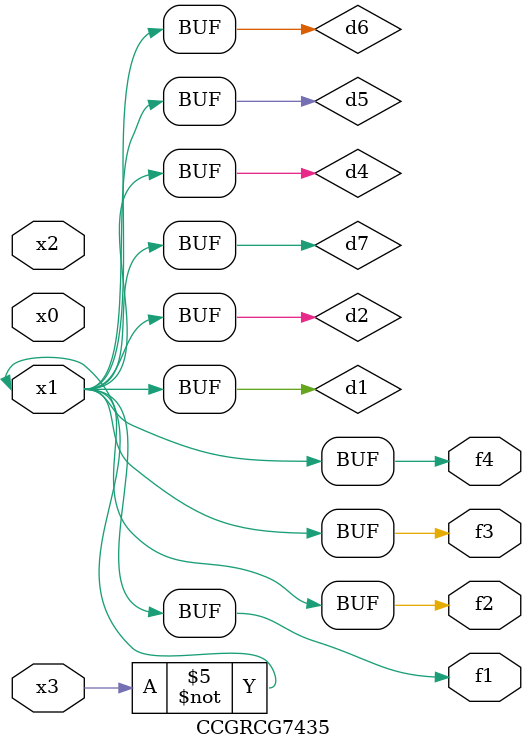
<source format=v>
module CCGRCG7435(
	input x0, x1, x2, x3,
	output f1, f2, f3, f4
);

	wire d1, d2, d3, d4, d5, d6, d7;

	not (d1, x3);
	buf (d2, x1);
	xnor (d3, d1, d2);
	nor (d4, d1);
	buf (d5, d1, d2);
	buf (d6, d4, d5);
	nand (d7, d4);
	assign f1 = d6;
	assign f2 = d7;
	assign f3 = d6;
	assign f4 = d6;
endmodule

</source>
